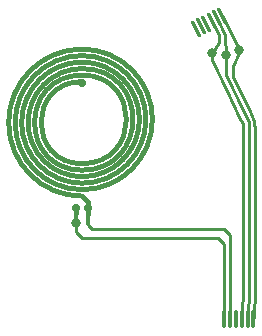
<source format=gbr>
%TF.GenerationSoftware,KiCad,Pcbnew,7.0.10*%
%TF.CreationDate,2024-11-13T10:28:54-08:00*%
%TF.ProjectId,ballBearingFPC241113,62616c6c-4265-4617-9269-6e6746504332,rev?*%
%TF.SameCoordinates,Original*%
%TF.FileFunction,Copper,L1,Top*%
%TF.FilePolarity,Positive*%
%FSLAX46Y46*%
G04 Gerber Fmt 4.6, Leading zero omitted, Abs format (unit mm)*
G04 Created by KiCad (PCBNEW 7.0.10) date 2024-11-13 10:28:54*
%MOMM*%
%LPD*%
G01*
G04 APERTURE LIST*
G04 Aperture macros list*
%AMRoundRect*
0 Rectangle with rounded corners*
0 $1 Rounding radius*
0 $2 $3 $4 $5 $6 $7 $8 $9 X,Y pos of 4 corners*
0 Add a 4 corners polygon primitive as box body*
4,1,4,$2,$3,$4,$5,$6,$7,$8,$9,$2,$3,0*
0 Add four circle primitives for the rounded corners*
1,1,$1+$1,$2,$3*
1,1,$1+$1,$4,$5*
1,1,$1+$1,$6,$7*
1,1,$1+$1,$8,$9*
0 Add four rect primitives between the rounded corners*
20,1,$1+$1,$2,$3,$4,$5,0*
20,1,$1+$1,$4,$5,$6,$7,0*
20,1,$1+$1,$6,$7,$8,$9,0*
20,1,$1+$1,$8,$9,$2,$3,0*%
G04 Aperture macros list end*
%TA.AperFunction,EtchedComponent*%
%ADD10C,0.400000*%
%TD*%
%TA.AperFunction,SMDPad,CuDef*%
%ADD11RoundRect,0.075000X-0.239618X0.635479X-0.373269X0.567380X0.239618X-0.635479X0.373269X-0.567380X0*%
%TD*%
%TA.AperFunction,SMDPad,CuDef*%
%ADD12RoundRect,0.075000X-0.075000X-0.675000X0.075000X-0.675000X0.075000X0.675000X-0.075000X0.675000X0*%
%TD*%
%TA.AperFunction,SMDPad,CuDef*%
%ADD13RoundRect,0.075000X0.075000X0.675000X-0.075000X0.675000X-0.075000X-0.675000X0.075000X-0.675000X0*%
%TD*%
%TA.AperFunction,ComponentPad*%
%ADD14C,0.700000*%
%TD*%
%TA.AperFunction,SMDPad,CuDef*%
%ADD15RoundRect,0.100000X-0.100000X0.500000X-0.100000X-0.500000X0.100000X-0.500000X0.100000X0.500000X0*%
%TD*%
%TA.AperFunction,ViaPad*%
%ADD16C,0.800000*%
%TD*%
%TA.AperFunction,Conductor*%
%ADD17C,0.250000*%
%TD*%
G04 APERTURE END LIST*
D10*
%TO.C,L2*%
X0Y-5980000D02*
X500000Y-6480000D01*
X500000Y-6480000D02*
X500000Y-6980000D01*
X500000Y-6980000D02*
X500000Y-7480000D01*
X-500000Y-6980000D02*
X-500000Y-7420000D01*
X0Y-5430000D02*
G75*
G03*
X0Y6470000I0J5950000D01*
G01*
X0Y-4880000D02*
G75*
G03*
X0Y5920000I0J5400000D01*
G01*
X0Y-4330000D02*
G75*
G03*
X0Y5370000I0J4850000D01*
G01*
X0Y-3780000D02*
G75*
G03*
X0Y4820000I0J4300000D01*
G01*
X0Y-3230000D02*
G75*
G03*
X0Y4270000I0J3750000D01*
G01*
X0Y3720000D02*
G75*
G03*
X0Y-3230000I0J-3475000D01*
G01*
X0Y4270000D02*
G75*
G03*
X0Y-3780000I0J-4025000D01*
G01*
X0Y4820000D02*
G75*
G03*
X0Y-4330000I0J-4575000D01*
G01*
X0Y5370000D02*
G75*
G03*
X0Y-4880000I0J-5125000D01*
G01*
X0Y5920000D02*
G75*
G03*
X0Y-5430000I0J-5675000D01*
G01*
X0Y6470000D02*
G75*
G03*
X0Y-5980000I0J-6225000D01*
G01*
%TD*%
D11*
%TO.P,J5,1,Pin_1*%
%TO.N,Net-(J1-Pin_1)*%
X11850617Y9293035D03*
%TO.P,J5,2,Pin_2*%
%TO.N,Net-(J1-Pin_2)*%
X11405114Y9066040D03*
%TO.P,J5,3,Pin_3*%
%TO.N,Net-(J1-Pin_3)*%
X10963175Y8840861D03*
%TO.P,J5,4,Pin_4*%
%TO.N,unconnected-(J5-Pin_4-Pad4)*%
X10514108Y8612049D03*
%TO.P,J5,5,Pin_5*%
%TO.N,unconnected-(J5-Pin_5-Pad5)*%
X10068604Y8385054D03*
%TO.P,J5,6,Pin_6*%
%TO.N,unconnected-(J5-Pin_6-Pad6)*%
X9623101Y8158059D03*
%TD*%
D12*
%TO.P,J1,1,Pin_1*%
%TO.N,Net-(J1-Pin_1)*%
X14507000Y-16390400D03*
%TO.P,J1,2,Pin_2*%
%TO.N,Net-(J1-Pin_2)*%
X14007000Y-16390400D03*
%TO.P,J1,3,Pin_3*%
%TO.N,Net-(J1-Pin_3)*%
X13511000Y-16390400D03*
D13*
%TO.P,J1,4,Pin_4*%
%TO.N,unconnected-(J1-Pin_4-Pad4)*%
X13007000Y-16390400D03*
D12*
%TO.P,J1,5,Pin_5*%
%TO.N,Net-(J1-Pin_5)*%
X12507000Y-16390400D03*
%TO.P,J1,6,Pin_6*%
%TO.N,Net-(J1-Pin_6)*%
X12007000Y-16390400D03*
%TD*%
D14*
%TO.P,L2,*%
%TO.N,*%
X0Y3568000D03*
X500000Y-6980000D03*
X-500000Y-6980000D03*
D15*
%TO.P,L2,1,1*%
%TO.N,Net-(J1-Pin_6)*%
X-500000Y-7801000D03*
X-500000Y-7801000D03*
%TO.P,L2,2,2*%
%TO.N,Net-(J1-Pin_5)*%
X500000Y-7801000D03*
X500000Y-7801000D03*
%TD*%
D16*
%TO.N,Net-(J1-Pin_2)*%
X12149600Y5938400D03*
%TO.N,Net-(J1-Pin_3)*%
X11024111Y6140089D03*
%TO.N,Net-(J1-Pin_1)*%
X13257964Y6421000D03*
%TO.N,Net-(J1-Pin_6)*%
X-500000Y-8280000D03*
%TD*%
D17*
%TO.N,Net-(J1-Pin_1)*%
X12733800Y5040000D02*
X13318000Y6116200D01*
X12759200Y4125600D02*
X12733800Y5040000D01*
X13648200Y2423800D02*
X12759200Y4125600D01*
X14130800Y1407800D02*
X13648200Y2423800D01*
X14613400Y-497200D02*
X14562600Y417200D01*
X14562600Y417200D02*
X14130800Y1407800D01*
X14611000Y-15028400D02*
X14611000Y-4307000D01*
X14561000Y-15078400D02*
X14611000Y-15028400D01*
X14615000Y-4303000D02*
X14613400Y-497200D01*
X14561000Y-16336400D02*
X14561000Y-15078400D01*
X14507000Y-16390400D02*
X14561000Y-16336400D01*
X14611000Y-4307000D02*
X14615000Y-4303000D01*
%TO.N,Net-(J1-Pin_3)*%
X11024111Y5555889D02*
X12251200Y2915800D01*
X11024111Y6140089D02*
X11024111Y5555889D01*
X13318000Y680600D02*
X12251200Y2915800D01*
X13611000Y97000D02*
X13318000Y680600D01*
X13611000Y-14803000D02*
X13611000Y97000D01*
%TO.N,Net-(J1-Pin_2)*%
X12200400Y4236600D02*
X12149600Y5963800D01*
X14105400Y325000D02*
X13775200Y985400D01*
X12149600Y5963800D02*
X12124200Y7665600D01*
X12124200Y7665600D02*
X11405114Y9091440D01*
X14105400Y-675000D02*
X14105400Y325000D01*
X14111000Y-15003000D02*
X14105400Y-675000D01*
X13775200Y985400D02*
X12200400Y4236600D01*
%TO.N,Net-(J1-Pin_3)*%
X11590800Y7691000D02*
X10963175Y8866261D01*
X10879600Y5913000D02*
X11590800Y7030600D01*
X11590800Y7030600D02*
X11590800Y7691000D01*
%TO.N,Net-(J1-Pin_1)*%
X12556000Y7970400D02*
X11850617Y9318435D01*
X13216400Y6675000D02*
X12556000Y7970400D01*
%TO.N,Net-(J1-Pin_2)*%
X14011000Y-15128400D02*
X14111000Y-15028400D01*
X14007000Y-15572636D02*
X14011000Y-15568636D01*
X14011000Y-15568636D02*
X14011000Y-15128400D01*
X14007000Y-16390400D02*
X14007000Y-15572636D01*
%TO.N,Net-(J1-Pin_3)*%
X13511000Y-16390400D02*
X13511000Y-14928400D01*
X13511000Y-14928400D02*
X13611000Y-14828400D01*
%TO.N,Net-(J1-Pin_5)*%
X12507000Y-9232400D02*
X12507000Y-16190400D01*
X500000Y-8005000D02*
X500000Y-8417400D01*
X500000Y-8417400D02*
X811000Y-8728400D01*
X12511000Y-9228400D02*
X12507000Y-9232400D01*
X811000Y-8728400D02*
X12011000Y-8728400D01*
X12011000Y-8728400D02*
X12511000Y-9228400D01*
%TO.N,Net-(J1-Pin_6)*%
X11000Y-9528400D02*
X11511000Y-9528400D01*
X12007000Y-10024400D02*
X12007000Y-16190400D01*
X11511000Y-9528400D02*
X12007000Y-10024400D01*
X-500000Y-8280000D02*
X-500000Y-9017400D01*
X-500000Y-9017400D02*
X11000Y-9528400D01*
%TD*%
M02*

</source>
